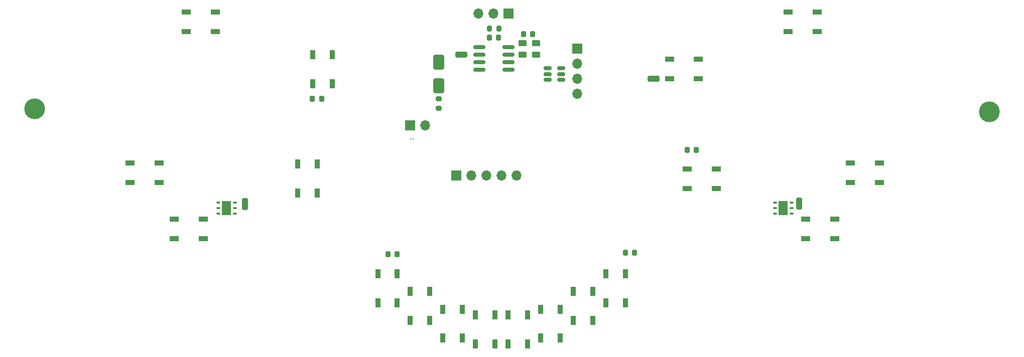
<source format=gbr>
%TF.GenerationSoftware,KiCad,Pcbnew,9.0.1*%
%TF.CreationDate,2025-05-09T16:18:51+02:00*%
%TF.ProjectId,hoofd nieuw V3,686f6f66-6420-46e6-9965-75772056332e,rev?*%
%TF.SameCoordinates,Original*%
%TF.FileFunction,Soldermask,Top*%
%TF.FilePolarity,Negative*%
%FSLAX46Y46*%
G04 Gerber Fmt 4.6, Leading zero omitted, Abs format (unit mm)*
G04 Created by KiCad (PCBNEW 9.0.1) date 2025-05-09 16:18:51*
%MOMM*%
%LPD*%
G01*
G04 APERTURE LIST*
G04 Aperture macros list*
%AMRoundRect*
0 Rectangle with rounded corners*
0 $1 Rounding radius*
0 $2 $3 $4 $5 $6 $7 $8 $9 X,Y pos of 4 corners*
0 Add a 4 corners polygon primitive as box body*
4,1,4,$2,$3,$4,$5,$6,$7,$8,$9,$2,$3,0*
0 Add four circle primitives for the rounded corners*
1,1,$1+$1,$2,$3*
1,1,$1+$1,$4,$5*
1,1,$1+$1,$6,$7*
1,1,$1+$1,$8,$9*
0 Add four rect primitives between the rounded corners*
20,1,$1+$1,$2,$3,$4,$5,0*
20,1,$1+$1,$4,$5,$6,$7,0*
20,1,$1+$1,$6,$7,$8,$9,0*
20,1,$1+$1,$8,$9,$2,$3,0*%
G04 Aperture macros list end*
%ADD10RoundRect,0.090000X0.360000X-0.660000X0.360000X0.660000X-0.360000X0.660000X-0.360000X-0.660000X0*%
%ADD11R,0.200000X0.280000*%
%ADD12RoundRect,0.225000X0.225000X0.250000X-0.225000X0.250000X-0.225000X-0.250000X0.225000X-0.250000X0*%
%ADD13RoundRect,0.225000X-0.225000X-0.250000X0.225000X-0.250000X0.225000X0.250000X-0.225000X0.250000X0*%
%ADD14R,1.700000X1.700000*%
%ADD15O,1.700000X1.700000*%
%ADD16RoundRect,0.090000X-0.660000X-0.360000X0.660000X-0.360000X0.660000X0.360000X-0.660000X0.360000X0*%
%ADD17RoundRect,0.090000X0.660000X0.360000X-0.660000X0.360000X-0.660000X-0.360000X0.660000X-0.360000X0*%
%ADD18RoundRect,0.250000X-0.250000X-0.750000X0.250000X-0.750000X0.250000X0.750000X-0.250000X0.750000X0*%
%ADD19RoundRect,0.165000X0.485000X0.385000X-0.485000X0.385000X-0.485000X-0.385000X0.485000X-0.385000X0*%
%ADD20RoundRect,0.090000X-0.360000X0.660000X-0.360000X-0.660000X0.360000X-0.660000X0.360000X0.660000X0*%
%ADD21C,3.500000*%
%ADD22RoundRect,0.150000X-0.825000X-0.150000X0.825000X-0.150000X0.825000X0.150000X-0.825000X0.150000X0*%
%ADD23RoundRect,0.250000X0.750000X-0.250000X0.750000X0.250000X-0.750000X0.250000X-0.750000X-0.250000X0*%
%ADD24RoundRect,0.250000X-0.650000X1.000000X-0.650000X-1.000000X0.650000X-1.000000X0.650000X1.000000X0*%
%ADD25RoundRect,0.100000X-0.200000X-0.100000X0.200000X-0.100000X0.200000X0.100000X-0.200000X0.100000X0*%
%ADD26R,1.500000X2.400000*%
%ADD27RoundRect,0.200000X-0.200000X-0.275000X0.200000X-0.275000X0.200000X0.275000X-0.200000X0.275000X0*%
%ADD28RoundRect,0.150000X-0.512500X-0.150000X0.512500X-0.150000X0.512500X0.150000X-0.512500X0.150000X0*%
%ADD29RoundRect,0.200000X0.275000X-0.200000X0.275000X0.200000X-0.275000X0.200000X-0.275000X-0.200000X0*%
G04 APERTURE END LIST*
D10*
%TO.C,D5*%
X96600000Y-63450000D03*
X99900000Y-63450000D03*
X99900000Y-58550000D03*
X96600000Y-58550000D03*
%TD*%
D11*
%TO.C,D6*%
X116075000Y-54275000D03*
X115675000Y-54275000D03*
%TD*%
D12*
%TO.C,C2*%
X136225000Y-36650000D03*
X134675000Y-36650000D03*
%TD*%
D13*
%TO.C,C1*%
X128950000Y-37200000D03*
X130500000Y-37200000D03*
%TD*%
D14*
%TO.C,J4*%
X132150000Y-33150000D03*
D15*
X129610000Y-33150000D03*
X127070000Y-33150000D03*
%TD*%
D10*
%TO.C,D13*%
X143100000Y-84950000D03*
X146400000Y-84950000D03*
X146400000Y-80050000D03*
X143100000Y-80050000D03*
%TD*%
D14*
%TO.C,J3*%
X123310000Y-60450000D03*
D15*
X125850000Y-60450000D03*
X128390000Y-60450000D03*
X130930000Y-60450000D03*
X133470000Y-60450000D03*
%TD*%
D12*
%TO.C,C5*%
X100625000Y-47500000D03*
X99075000Y-47500000D03*
%TD*%
D13*
%TO.C,C4*%
X111835000Y-73810000D03*
X113385000Y-73810000D03*
%TD*%
D10*
%TO.C,D8*%
X115600000Y-84950000D03*
X118900000Y-84950000D03*
X118900000Y-80050000D03*
X115600000Y-80050000D03*
%TD*%
D16*
%TO.C,D19*%
X159300000Y-40850000D03*
X159300000Y-44150000D03*
X164200000Y-44150000D03*
X164200000Y-40850000D03*
%TD*%
D10*
%TO.C,D9*%
X121100000Y-87950000D03*
X124400000Y-87950000D03*
X124400000Y-83050000D03*
X121100000Y-83050000D03*
%TD*%
D16*
%TO.C,D18*%
X179300000Y-32850000D03*
X179300000Y-36150000D03*
X184200000Y-36150000D03*
X184200000Y-32850000D03*
%TD*%
D12*
%TO.C,C9*%
X153445000Y-73510000D03*
X151895000Y-73510000D03*
%TD*%
D17*
%TO.C,D15*%
X167200000Y-62650000D03*
X167200000Y-59350000D03*
X162300000Y-59350000D03*
X162300000Y-62650000D03*
%TD*%
D10*
%TO.C,D11*%
X132100000Y-88950000D03*
X135400000Y-88950000D03*
X135400000Y-84050000D03*
X132100000Y-84050000D03*
%TD*%
%TO.C,D7*%
X110100000Y-81950000D03*
X113400000Y-81950000D03*
X113400000Y-77050000D03*
X110100000Y-77050000D03*
%TD*%
D18*
%TO.C,J7*%
X87700000Y-65300000D03*
%TD*%
D14*
%TO.C,J2*%
X115525000Y-52000000D03*
D15*
X118065000Y-52000000D03*
%TD*%
D18*
%TO.C,J8*%
X181200000Y-65200000D03*
%TD*%
D10*
%TO.C,D10*%
X126600000Y-88950000D03*
X129900000Y-88950000D03*
X129900000Y-84050000D03*
X126600000Y-84050000D03*
%TD*%
D19*
%TO.C,Y1*%
X136850000Y-38150000D03*
X134550000Y-38150000D03*
X134550000Y-40050000D03*
X136850000Y-40050000D03*
%TD*%
D17*
%TO.C,D16*%
X187200000Y-71150000D03*
X187200000Y-67850000D03*
X182300000Y-67850000D03*
X182300000Y-71150000D03*
%TD*%
D20*
%TO.C,D1*%
X102400000Y-40050000D03*
X99100000Y-40050000D03*
X99100000Y-44950000D03*
X102400000Y-44950000D03*
%TD*%
D21*
%TO.C,H1*%
X52250000Y-49250000D03*
%TD*%
D17*
%TO.C,D17*%
X194700000Y-61650000D03*
X194700000Y-58350000D03*
X189800000Y-58350000D03*
X189800000Y-61650000D03*
%TD*%
D21*
%TO.C,H2*%
X213260000Y-49750000D03*
%TD*%
D14*
%TO.C,J1*%
X143750000Y-39060000D03*
D15*
X143750000Y-41600000D03*
X143750000Y-44140000D03*
X143750000Y-46680000D03*
%TD*%
D17*
%TO.C,D4*%
X80700000Y-71150000D03*
X80700000Y-67850000D03*
X75800000Y-67850000D03*
X75800000Y-71150000D03*
%TD*%
D22*
%TO.C,U1*%
X127225000Y-38775000D03*
X127225000Y-40045000D03*
X127225000Y-41315000D03*
X127225000Y-42585000D03*
X132175000Y-42585000D03*
X132175000Y-41315000D03*
X132175000Y-40045000D03*
X132175000Y-38775000D03*
%TD*%
D23*
%TO.C,J6*%
X124170000Y-40040000D03*
%TD*%
%TO.C,J5*%
X156610000Y-44140000D03*
%TD*%
D24*
%TO.C,D21*%
X120390000Y-41330000D03*
X120390000Y-45330000D03*
%TD*%
D25*
%TO.C,U3*%
X177100000Y-65050000D03*
X177100000Y-66000000D03*
X177100000Y-66950000D03*
X179900000Y-66950000D03*
X179900000Y-66000000D03*
X179900000Y-65050000D03*
D26*
X178500000Y-66000000D03*
%TD*%
D10*
%TO.C,D14*%
X148600000Y-81950000D03*
X151900000Y-81950000D03*
X151900000Y-77050000D03*
X148600000Y-77050000D03*
%TD*%
D27*
%TO.C,R3*%
X128900000Y-35675000D03*
X130550000Y-35675000D03*
%TD*%
D16*
%TO.C,D3*%
X68300000Y-58350000D03*
X68300000Y-61650000D03*
X73200000Y-61650000D03*
X73200000Y-58350000D03*
%TD*%
D12*
%TO.C,C3*%
X163855000Y-56200000D03*
X162305000Y-56200000D03*
%TD*%
D10*
%TO.C,D12*%
X137600000Y-87950000D03*
X140900000Y-87950000D03*
X140900000Y-83050000D03*
X137600000Y-83050000D03*
%TD*%
D28*
%TO.C,U4*%
X138762500Y-42400000D03*
X138762500Y-43350000D03*
X138762500Y-44300000D03*
X141037500Y-44300000D03*
X141037500Y-43350000D03*
X141037500Y-42400000D03*
%TD*%
D25*
%TO.C,U2*%
X83200000Y-65050000D03*
X83200000Y-66000000D03*
X83200000Y-66950000D03*
X86000000Y-66950000D03*
X86000000Y-66000000D03*
X86000000Y-65050000D03*
D26*
X84600000Y-66000000D03*
%TD*%
D29*
%TO.C,R2*%
X120390000Y-49155000D03*
X120390000Y-47505000D03*
%TD*%
D16*
%TO.C,D2*%
X77800000Y-32850000D03*
X77800000Y-36150000D03*
X82700000Y-36150000D03*
X82700000Y-32850000D03*
%TD*%
M02*

</source>
